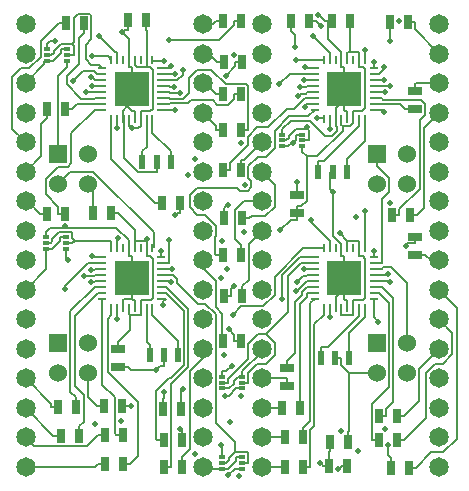
<source format=gtl>
G04 (created by PCBNEW (2013-jul-07)-stable) date Tue 06 Dec 2016 12:22:59 PM PST*
%MOIN*%
G04 Gerber Fmt 3.4, Leading zero omitted, Abs format*
%FSLAX34Y34*%
G01*
G70*
G90*
G04 APERTURE LIST*
%ADD10C,0.00590551*%
%ADD11R,0.025X0.045*%
%ADD12R,0.0197X0.0512*%
%ADD13R,0.045X0.025*%
%ADD14R,0.03X0.01*%
%ADD15R,0.01X0.03*%
%ADD16R,0.1181X0.1181*%
%ADD17R,0.06X0.06*%
%ADD18C,0.06*%
%ADD19C,0.065*%
%ADD20R,0.019685X0.0147638*%
%ADD21C,0.02*%
%ADD22C,0.007*%
G04 APERTURE END LIST*
G54D10*
G54D11*
X24670Y-20039D03*
X24070Y-20039D03*
G54D12*
X25039Y-24763D03*
X25511Y-24763D03*
X24567Y-24763D03*
X25275Y-31220D03*
X25747Y-31220D03*
X24803Y-31220D03*
X30905Y-25118D03*
X31377Y-25118D03*
X30433Y-25118D03*
X30984Y-31299D03*
X31456Y-31299D03*
X30512Y-31299D03*
G54D13*
X23740Y-30999D03*
X23740Y-31599D03*
G54D14*
X23228Y-22834D03*
X23228Y-22637D03*
X23228Y-22440D03*
X23228Y-23031D03*
G54D15*
X23523Y-23326D03*
X23720Y-23326D03*
X23917Y-23326D03*
X24114Y-23326D03*
X24310Y-23326D03*
X24507Y-23326D03*
X24704Y-23326D03*
X24901Y-23326D03*
G54D14*
X25196Y-21653D03*
X25196Y-23031D03*
X25196Y-22834D03*
X25196Y-22637D03*
X25196Y-22440D03*
X25196Y-22244D03*
X25196Y-22047D03*
X25196Y-21850D03*
G54D15*
X24901Y-21358D03*
X24704Y-21358D03*
X24507Y-21358D03*
X24310Y-21358D03*
X24114Y-21358D03*
X23917Y-21358D03*
X23720Y-21358D03*
X23523Y-21358D03*
G54D14*
X23228Y-21653D03*
X23228Y-21850D03*
X23228Y-22047D03*
X23228Y-22244D03*
G54D16*
X24212Y-22342D03*
G54D14*
X23228Y-29133D03*
X23228Y-28936D03*
X23228Y-28739D03*
X23228Y-29330D03*
G54D15*
X23523Y-29625D03*
X23720Y-29625D03*
X23917Y-29625D03*
X24114Y-29625D03*
X24310Y-29625D03*
X24507Y-29625D03*
X24704Y-29625D03*
X24901Y-29625D03*
G54D14*
X25196Y-27952D03*
X25196Y-29330D03*
X25196Y-29133D03*
X25196Y-28936D03*
X25196Y-28739D03*
X25196Y-28543D03*
X25196Y-28346D03*
X25196Y-28149D03*
G54D15*
X24901Y-27657D03*
X24704Y-27657D03*
X24507Y-27657D03*
X24310Y-27657D03*
X24114Y-27657D03*
X23917Y-27657D03*
X23720Y-27657D03*
X23523Y-27657D03*
G54D14*
X23228Y-27952D03*
X23228Y-28149D03*
X23228Y-28346D03*
X23228Y-28543D03*
G54D16*
X24212Y-28641D03*
G54D14*
X30315Y-22834D03*
X30315Y-22637D03*
X30315Y-22440D03*
X30315Y-23031D03*
G54D15*
X30610Y-23326D03*
X30807Y-23326D03*
X31004Y-23326D03*
X31201Y-23326D03*
X31397Y-23326D03*
X31594Y-23326D03*
X31791Y-23326D03*
X31988Y-23326D03*
G54D14*
X32283Y-21653D03*
X32283Y-23031D03*
X32283Y-22834D03*
X32283Y-22637D03*
X32283Y-22440D03*
X32283Y-22244D03*
X32283Y-22047D03*
X32283Y-21850D03*
G54D15*
X31988Y-21358D03*
X31791Y-21358D03*
X31594Y-21358D03*
X31397Y-21358D03*
X31201Y-21358D03*
X31004Y-21358D03*
X30807Y-21358D03*
X30610Y-21358D03*
G54D14*
X30315Y-21653D03*
X30315Y-21850D03*
X30315Y-22047D03*
X30315Y-22244D03*
G54D16*
X31299Y-22342D03*
G54D14*
X30315Y-29133D03*
X30315Y-28936D03*
X30315Y-28739D03*
X30315Y-29330D03*
G54D15*
X30610Y-29625D03*
X30807Y-29625D03*
X31004Y-29625D03*
X31201Y-29625D03*
X31397Y-29625D03*
X31594Y-29625D03*
X31791Y-29625D03*
X31988Y-29625D03*
G54D14*
X32283Y-27952D03*
X32283Y-29330D03*
X32283Y-29133D03*
X32283Y-28936D03*
X32283Y-28739D03*
X32283Y-28543D03*
X32283Y-28346D03*
X32283Y-28149D03*
G54D15*
X31988Y-27657D03*
X31791Y-27657D03*
X31594Y-27657D03*
X31397Y-27657D03*
X31201Y-27657D03*
X31004Y-27657D03*
X30807Y-27657D03*
X30610Y-27657D03*
G54D14*
X30315Y-27952D03*
X30315Y-28149D03*
X30315Y-28346D03*
X30315Y-28543D03*
G54D16*
X31299Y-28641D03*
G54D11*
X31481Y-20078D03*
X30881Y-20078D03*
X30822Y-34094D03*
X31422Y-34094D03*
X32455Y-33228D03*
X33055Y-33228D03*
X32455Y-34055D03*
X33055Y-34055D03*
X32849Y-34960D03*
X33449Y-34960D03*
G54D13*
X33661Y-27259D03*
X33661Y-27859D03*
G54D11*
X29925Y-34940D03*
X29325Y-34940D03*
X29925Y-33956D03*
X29325Y-33956D03*
X29827Y-32972D03*
X29227Y-32972D03*
G54D13*
X29389Y-31629D03*
X29389Y-32229D03*
G54D11*
X32888Y-26535D03*
X33488Y-26535D03*
G54D13*
X33661Y-23016D03*
X33661Y-22416D03*
G54D11*
X32810Y-20118D03*
X33410Y-20118D03*
X29522Y-20078D03*
X30122Y-20078D03*
X27298Y-29251D03*
X27898Y-29251D03*
X27259Y-27874D03*
X27859Y-27874D03*
X27298Y-26653D03*
X27898Y-26653D03*
X27259Y-25039D03*
X27859Y-25039D03*
X25290Y-34940D03*
X25890Y-34940D03*
X25290Y-34055D03*
X25890Y-34055D03*
X25251Y-32992D03*
X25851Y-32992D03*
X27859Y-30748D03*
X27259Y-30748D03*
X23922Y-34842D03*
X23322Y-34842D03*
X23922Y-33858D03*
X23322Y-33858D03*
X22465Y-33897D03*
X21865Y-33897D03*
X22347Y-32952D03*
X21747Y-32952D03*
X27859Y-23700D03*
X27259Y-23700D03*
X27859Y-22519D03*
X27259Y-22519D03*
X27898Y-21456D03*
X27298Y-21456D03*
X27859Y-20078D03*
X27259Y-20078D03*
X25211Y-26141D03*
X25811Y-26141D03*
X21992Y-26496D03*
X21392Y-26496D03*
X21992Y-22992D03*
X21392Y-22992D03*
X22622Y-20157D03*
X22022Y-20157D03*
X31402Y-34921D03*
X30802Y-34921D03*
G54D13*
X29724Y-25881D03*
X29724Y-26481D03*
G54D11*
X23282Y-32913D03*
X23882Y-32913D03*
X22928Y-26476D03*
X23528Y-26476D03*
G54D17*
X21744Y-24500D03*
G54D18*
X21744Y-25500D03*
X22744Y-24500D03*
X22744Y-25500D03*
G54D17*
X21744Y-30799D03*
G54D18*
X21744Y-31799D03*
X22744Y-30799D03*
X22744Y-31799D03*
G54D17*
X32374Y-24500D03*
G54D18*
X32374Y-25500D03*
X33374Y-24500D03*
X33374Y-25500D03*
G54D17*
X32374Y-30799D03*
G54D18*
X32374Y-31799D03*
X33374Y-30799D03*
X33374Y-31799D03*
G54D19*
X28543Y-28051D03*
X28543Y-29035D03*
X28543Y-30019D03*
X28543Y-31003D03*
X28543Y-31988D03*
X28543Y-32972D03*
X28543Y-33956D03*
X28543Y-34940D03*
X34448Y-34940D03*
X34448Y-33956D03*
X34448Y-32972D03*
X34448Y-31988D03*
X34448Y-31003D03*
X34448Y-30019D03*
X34448Y-29035D03*
X34448Y-28051D03*
X28543Y-20177D03*
X28543Y-21161D03*
X28543Y-22145D03*
X28543Y-23129D03*
X28543Y-24114D03*
X28543Y-25098D03*
X28543Y-26082D03*
X28543Y-27066D03*
X34448Y-27066D03*
X34448Y-26082D03*
X34448Y-25098D03*
X34448Y-24114D03*
X34448Y-23129D03*
X34448Y-22145D03*
X34448Y-21161D03*
X34448Y-20177D03*
X20669Y-28051D03*
X20669Y-29035D03*
X20669Y-30019D03*
X20669Y-31003D03*
X20669Y-31988D03*
X20669Y-32972D03*
X20669Y-33956D03*
X20669Y-34940D03*
X26574Y-34940D03*
X26574Y-33956D03*
X26574Y-32972D03*
X26574Y-31988D03*
X26574Y-31003D03*
X26574Y-30019D03*
X26574Y-29035D03*
X26574Y-28051D03*
X20669Y-20177D03*
X20669Y-21161D03*
X20669Y-22145D03*
X20669Y-23129D03*
X20669Y-24114D03*
X20669Y-25098D03*
X20669Y-26082D03*
X20669Y-27066D03*
X26574Y-27066D03*
X26574Y-26082D03*
X26574Y-25098D03*
X26574Y-24114D03*
X26574Y-23129D03*
X26574Y-22145D03*
X26574Y-21161D03*
X26574Y-20177D03*
G54D20*
X27224Y-31929D03*
X27224Y-32125D03*
X27224Y-32322D03*
X27893Y-32322D03*
X27893Y-32125D03*
X27893Y-31929D03*
X29232Y-23858D03*
X29232Y-24055D03*
X29232Y-24251D03*
X29901Y-24251D03*
X29901Y-24055D03*
X29901Y-23858D03*
X27224Y-34606D03*
X27224Y-34803D03*
X27224Y-35000D03*
X27893Y-35000D03*
X27893Y-34803D03*
X27893Y-34606D03*
X21358Y-27283D03*
X21358Y-27480D03*
X21358Y-27677D03*
X22027Y-27677D03*
X22027Y-27480D03*
X22027Y-27283D03*
X21397Y-21023D03*
X21397Y-21220D03*
X21397Y-21417D03*
X22066Y-21417D03*
X22066Y-21220D03*
X22066Y-21023D03*
G54D21*
X24212Y-23655D03*
X30500Y-34818D03*
X27313Y-32568D03*
X27433Y-35208D03*
X31145Y-27151D03*
X27393Y-28336D03*
X27272Y-31201D03*
X24704Y-27325D03*
X22095Y-28028D03*
X29168Y-27050D03*
X24181Y-32913D03*
X27410Y-26211D03*
X29981Y-22928D03*
X27615Y-28908D03*
X30386Y-23292D03*
X25463Y-20717D03*
X23730Y-23656D03*
X27440Y-30339D03*
X23720Y-30021D03*
X29648Y-20929D03*
X30807Y-23679D03*
X33361Y-27558D03*
X30832Y-29953D03*
X27354Y-21904D03*
X25637Y-23031D03*
X25283Y-32442D03*
X25268Y-29551D03*
X32810Y-20743D03*
X32607Y-23100D03*
X32755Y-34217D03*
X32419Y-30093D03*
X25924Y-21722D03*
X25547Y-28347D03*
X32606Y-22028D03*
X32270Y-27730D03*
X32283Y-21430D03*
X25184Y-27730D03*
X25519Y-21586D03*
X25637Y-21851D03*
X25451Y-27380D03*
X32612Y-21605D03*
X29728Y-25432D03*
X22690Y-22440D03*
X29759Y-22562D03*
X22839Y-28773D03*
X29693Y-29064D03*
X31102Y-34997D03*
X23121Y-20586D03*
X23737Y-27321D03*
X30242Y-20573D03*
X30176Y-26723D03*
X22887Y-21253D03*
X29690Y-21369D03*
X27571Y-29874D03*
X22896Y-27911D03*
X30063Y-23610D03*
X29985Y-21593D03*
X29219Y-29336D03*
X23001Y-33493D03*
X29595Y-24131D03*
X27862Y-32569D03*
X22245Y-22078D03*
X22001Y-29014D03*
X29115Y-22185D03*
X27842Y-24146D03*
X26304Y-24668D03*
X22863Y-21947D03*
X22860Y-28363D03*
X29958Y-22050D03*
X29960Y-28347D03*
X27986Y-25525D03*
X27496Y-33450D03*
X33113Y-20063D03*
X26079Y-25213D03*
X22869Y-22233D03*
X22627Y-28571D03*
X29809Y-22284D03*
X29735Y-28771D03*
X27953Y-27097D03*
X25824Y-22467D03*
X26311Y-34495D03*
X25523Y-28764D03*
X32647Y-22452D03*
X32662Y-33664D03*
X32814Y-28767D03*
X27224Y-27421D03*
X27802Y-35251D03*
X31698Y-26614D03*
X25625Y-22274D03*
X32818Y-26130D03*
X32817Y-22237D03*
X31170Y-33755D03*
X32745Y-28495D03*
X27192Y-28628D03*
X31764Y-34394D03*
X25269Y-21411D03*
X31998Y-21030D03*
X31988Y-26415D03*
X23862Y-33393D03*
X27197Y-34213D03*
X30422Y-19866D03*
X21640Y-20748D03*
X27551Y-31560D03*
X23898Y-20449D03*
X27603Y-21194D03*
X21975Y-26895D03*
X30930Y-25789D03*
X25031Y-31708D03*
X30514Y-20239D03*
X25909Y-32349D03*
X25814Y-33658D03*
X25639Y-26540D03*
G54D22*
X24704Y-20404D02*
X24670Y-20369D01*
X24704Y-21358D02*
X24704Y-20404D01*
X24670Y-20039D02*
X24670Y-20369D01*
X24829Y-21613D02*
X24704Y-21613D01*
X24908Y-21692D02*
X24829Y-21613D01*
X24908Y-22995D02*
X24908Y-21692D01*
X24832Y-23071D02*
X24908Y-22995D01*
X24507Y-23071D02*
X24832Y-23071D01*
X24507Y-23326D02*
X24507Y-23071D01*
X24704Y-21358D02*
X24704Y-21613D01*
X24377Y-21613D02*
X24704Y-21613D01*
X24310Y-21546D02*
X24377Y-21613D01*
X24310Y-21358D02*
X24310Y-21546D01*
X30802Y-34444D02*
X30802Y-34921D01*
X30822Y-34424D02*
X30802Y-34444D01*
X30822Y-34094D02*
X30822Y-34424D01*
X31201Y-23326D02*
X31201Y-23546D01*
X31397Y-27657D02*
X31397Y-27402D01*
X31791Y-27657D02*
X31791Y-27402D01*
X24114Y-23326D02*
X24114Y-23581D01*
X24138Y-23581D02*
X24212Y-23655D01*
X24114Y-23581D02*
X24138Y-23581D01*
X24433Y-23655D02*
X24507Y-23581D01*
X24212Y-23655D02*
X24433Y-23655D01*
X24507Y-23326D02*
X24507Y-23581D01*
X31915Y-27912D02*
X31791Y-27912D01*
X31994Y-27991D02*
X31915Y-27912D01*
X31994Y-29294D02*
X31994Y-27991D01*
X31918Y-29370D02*
X31994Y-29294D01*
X31594Y-29370D02*
X31918Y-29370D01*
X31791Y-27657D02*
X31791Y-27912D01*
X30802Y-34921D02*
X30572Y-34921D01*
X30572Y-34890D02*
X30572Y-34921D01*
X30500Y-34818D02*
X30572Y-34890D01*
X31397Y-27402D02*
X31791Y-27402D01*
X31594Y-29533D02*
X31594Y-29370D01*
X31594Y-29533D02*
X31594Y-29625D01*
X31594Y-29880D02*
X31201Y-29880D01*
X31594Y-29625D02*
X31594Y-29880D01*
X31201Y-29625D02*
X31201Y-29880D01*
X27642Y-35000D02*
X27893Y-35000D01*
X27433Y-35208D02*
X27642Y-35000D01*
X31397Y-21358D02*
X31397Y-21138D01*
X31791Y-21358D02*
X31791Y-21103D01*
X31924Y-21613D02*
X31791Y-21613D01*
X31994Y-21684D02*
X31924Y-21613D01*
X31994Y-22976D02*
X31994Y-21684D01*
X31900Y-23071D02*
X31994Y-22976D01*
X31594Y-23071D02*
X31900Y-23071D01*
X31594Y-23326D02*
X31594Y-23071D01*
X31791Y-21358D02*
X31791Y-21613D01*
X24704Y-27402D02*
X24310Y-27402D01*
X29901Y-24251D02*
X29901Y-24430D01*
X31145Y-27151D02*
X31397Y-27402D01*
X21744Y-21919D02*
X21744Y-24500D01*
X22066Y-21596D02*
X21744Y-21919D01*
X22066Y-21417D02*
X22066Y-21596D01*
X23882Y-32913D02*
X24112Y-32913D01*
X27444Y-32568D02*
X27690Y-32322D01*
X27313Y-32568D02*
X27444Y-32568D01*
X27893Y-32322D02*
X27690Y-32322D01*
X22027Y-27677D02*
X22027Y-27856D01*
X31201Y-23546D02*
X31236Y-23581D01*
X31594Y-23482D02*
X31594Y-23326D01*
X31494Y-23581D02*
X31594Y-23482D01*
X31236Y-23581D02*
X31494Y-23581D01*
X31481Y-20078D02*
X31481Y-20408D01*
X31481Y-21103D02*
X31481Y-20408D01*
X31432Y-21103D02*
X31481Y-21103D01*
X31397Y-21138D02*
X31432Y-21103D01*
X31481Y-21103D02*
X31791Y-21103D01*
X24704Y-27325D02*
X24704Y-27402D01*
X24310Y-27657D02*
X24310Y-27402D01*
X22027Y-27960D02*
X22095Y-28028D01*
X22027Y-27856D02*
X22027Y-27960D01*
X24310Y-27028D02*
X24310Y-27402D01*
X23758Y-26476D02*
X24310Y-27028D01*
X23528Y-26476D02*
X23758Y-26476D01*
X24704Y-27530D02*
X24704Y-27402D01*
X29724Y-26481D02*
X29724Y-26250D01*
X29868Y-26250D02*
X29724Y-26250D01*
X30058Y-26061D02*
X29868Y-26250D01*
X30058Y-24587D02*
X30058Y-26061D01*
X29901Y-24430D02*
X30058Y-24587D01*
X31236Y-23744D02*
X31236Y-23581D01*
X30393Y-24587D02*
X31236Y-23744D01*
X30058Y-24587D02*
X30393Y-24587D01*
X29507Y-26711D02*
X29724Y-26711D01*
X29168Y-27050D02*
X29507Y-26711D01*
X29724Y-26481D02*
X29724Y-26711D01*
X24114Y-29625D02*
X24114Y-29849D01*
X23740Y-30999D02*
X23740Y-30769D01*
X24507Y-29625D02*
X24507Y-29880D01*
X24145Y-29880D02*
X24145Y-29880D01*
X24507Y-29880D02*
X24145Y-29880D01*
X24114Y-29849D02*
X24145Y-29880D01*
X24145Y-30363D02*
X23740Y-30769D01*
X24145Y-29880D02*
X24145Y-30363D01*
X24704Y-27530D02*
X24704Y-27657D01*
X24838Y-29370D02*
X24507Y-29370D01*
X24908Y-29301D02*
X24838Y-29370D01*
X24908Y-28002D02*
X24908Y-29301D01*
X24818Y-27912D02*
X24908Y-28002D01*
X24704Y-27912D02*
X24818Y-27912D01*
X24704Y-27657D02*
X24704Y-27912D01*
X24507Y-29625D02*
X24507Y-29370D01*
X24112Y-32913D02*
X24181Y-32913D01*
X22622Y-20157D02*
X22622Y-20487D01*
X23228Y-22637D02*
X22973Y-22637D01*
X22952Y-22658D02*
X22973Y-22637D01*
X22534Y-22658D02*
X22952Y-22658D01*
X22037Y-22160D02*
X22534Y-22658D01*
X22037Y-21924D02*
X22037Y-22160D01*
X22467Y-21494D02*
X22037Y-21924D01*
X22467Y-20642D02*
X22467Y-21494D01*
X22622Y-20487D02*
X22467Y-20642D01*
X22168Y-29741D02*
X22973Y-28936D01*
X22168Y-32444D02*
X22168Y-29741D01*
X22347Y-32622D02*
X22168Y-32444D01*
X22347Y-32952D02*
X22347Y-32622D01*
X23228Y-28936D02*
X22973Y-28936D01*
X27259Y-25039D02*
X27489Y-25039D01*
X29974Y-22637D02*
X30315Y-22637D01*
X29613Y-22998D02*
X29974Y-22637D01*
X29382Y-22998D02*
X29613Y-22998D01*
X28758Y-23622D02*
X29382Y-22998D01*
X28396Y-23622D02*
X28758Y-23622D01*
X28089Y-23929D02*
X28396Y-23622D01*
X28089Y-24209D02*
X28089Y-23929D01*
X27489Y-24809D02*
X28089Y-24209D01*
X27489Y-25039D02*
X27489Y-24809D01*
X29389Y-31629D02*
X29389Y-31399D01*
X30058Y-28936D02*
X30315Y-28936D01*
X29901Y-29094D02*
X30058Y-28936D01*
X29901Y-29193D02*
X29901Y-29094D01*
X29642Y-29452D02*
X29901Y-29193D01*
X29642Y-31146D02*
X29642Y-29452D01*
X29389Y-31399D02*
X29642Y-31146D01*
X21992Y-22992D02*
X22223Y-22992D01*
X23228Y-22834D02*
X22973Y-22834D01*
X22380Y-22834D02*
X22973Y-22834D01*
X22223Y-22992D02*
X22380Y-22834D01*
X23069Y-29133D02*
X23228Y-29133D01*
X22309Y-29894D02*
X23069Y-29133D01*
X22309Y-32231D02*
X22309Y-29894D01*
X22603Y-32526D02*
X22309Y-32231D01*
X22603Y-33428D02*
X22603Y-32526D01*
X22465Y-33567D02*
X22603Y-33428D01*
X22465Y-33897D02*
X22465Y-33567D01*
X27298Y-26653D02*
X27298Y-26323D01*
X27298Y-26323D02*
X27410Y-26211D01*
X30315Y-22834D02*
X30060Y-22834D01*
X30060Y-22850D02*
X29981Y-22928D01*
X30060Y-22834D02*
X30060Y-22850D01*
X29827Y-32972D02*
X29827Y-32642D01*
X30315Y-29133D02*
X30060Y-29133D01*
X30060Y-29271D02*
X30060Y-29133D01*
X29827Y-29504D02*
X30060Y-29271D01*
X29827Y-32642D02*
X29827Y-29504D01*
X22194Y-23810D02*
X22973Y-23031D01*
X22194Y-24804D02*
X22194Y-23810D01*
X22073Y-24925D02*
X22194Y-24804D01*
X21744Y-24925D02*
X22073Y-24925D01*
X21337Y-25332D02*
X21744Y-24925D01*
X21337Y-25840D02*
X21337Y-25332D01*
X21762Y-26265D02*
X21337Y-25840D01*
X21762Y-26496D02*
X21762Y-26265D01*
X21992Y-26496D02*
X21762Y-26496D01*
X23228Y-23031D02*
X22973Y-23031D01*
X23228Y-32191D02*
X23228Y-29330D01*
X23652Y-32615D02*
X23228Y-32191D01*
X23652Y-33818D02*
X23652Y-32615D01*
X23691Y-33858D02*
X23652Y-33818D01*
X23922Y-33858D02*
X23691Y-33858D01*
X30097Y-23249D02*
X30315Y-23031D01*
X29461Y-23249D02*
X30097Y-23249D01*
X28978Y-23732D02*
X29461Y-23249D01*
X28978Y-24311D02*
X28978Y-23732D01*
X28683Y-24606D02*
X28978Y-24311D01*
X28403Y-24606D02*
X28683Y-24606D01*
X28089Y-24920D02*
X28403Y-24606D01*
X28089Y-25296D02*
X28089Y-24920D01*
X28192Y-25399D02*
X28089Y-25296D01*
X28192Y-25615D02*
X28192Y-25399D01*
X28076Y-25731D02*
X28192Y-25615D01*
X27830Y-25731D02*
X28076Y-25731D01*
X27735Y-25636D02*
X27830Y-25731D01*
X26389Y-25636D02*
X27735Y-25636D01*
X26142Y-25883D02*
X26389Y-25636D01*
X26142Y-26270D02*
X26142Y-25883D01*
X26397Y-26525D02*
X26142Y-26270D01*
X26658Y-26525D02*
X26397Y-26525D01*
X27033Y-26900D02*
X26658Y-26525D01*
X27033Y-27225D02*
X27033Y-26900D01*
X26998Y-27260D02*
X27033Y-27225D01*
X26998Y-27843D02*
X26998Y-27260D01*
X27028Y-27874D02*
X26998Y-27843D01*
X27259Y-27874D02*
X27028Y-27874D01*
X30155Y-29490D02*
X30315Y-29330D01*
X30155Y-33396D02*
X30155Y-29490D01*
X29925Y-33626D02*
X30155Y-33396D01*
X29925Y-33956D02*
X29925Y-33626D01*
X23523Y-24683D02*
X23523Y-23326D01*
X24981Y-26141D02*
X23523Y-24683D01*
X25211Y-26141D02*
X24981Y-26141D01*
X23922Y-34842D02*
X24152Y-34842D01*
X23523Y-29625D02*
X23523Y-29880D01*
X23407Y-29997D02*
X23523Y-29880D01*
X23407Y-31778D02*
X23407Y-29997D01*
X24405Y-32776D02*
X23407Y-31778D01*
X24405Y-34589D02*
X24405Y-32776D01*
X24152Y-34842D02*
X24405Y-34589D01*
X27298Y-29251D02*
X27528Y-29251D01*
X27528Y-28994D02*
X27615Y-28908D01*
X27528Y-29251D02*
X27528Y-28994D01*
X30576Y-23292D02*
X30610Y-23326D01*
X30386Y-23292D02*
X30576Y-23292D01*
X29925Y-34940D02*
X30156Y-34940D01*
X30610Y-29625D02*
X30610Y-29880D01*
X30302Y-30188D02*
X30610Y-29880D01*
X30302Y-33576D02*
X30302Y-30188D01*
X30156Y-33722D02*
X30302Y-33576D01*
X30156Y-34940D02*
X30156Y-33722D01*
X27859Y-20078D02*
X27628Y-20078D01*
X23720Y-23646D02*
X23730Y-23656D01*
X23720Y-23326D02*
X23720Y-23646D01*
X27133Y-20717D02*
X25463Y-20717D01*
X27628Y-20222D02*
X27133Y-20717D01*
X27628Y-20078D02*
X27628Y-20222D01*
X27628Y-30527D02*
X27440Y-30339D01*
X27628Y-30748D02*
X27628Y-30527D01*
X23720Y-30021D02*
X23720Y-29625D01*
X27859Y-30748D02*
X27628Y-30748D01*
X30807Y-23679D02*
X30807Y-23326D01*
X29522Y-20078D02*
X29522Y-20408D01*
X29648Y-20534D02*
X29648Y-20929D01*
X29522Y-20408D02*
X29648Y-20534D01*
X30807Y-29928D02*
X30832Y-29953D01*
X30807Y-29625D02*
X30807Y-29928D01*
X33661Y-27259D02*
X33661Y-27489D01*
X33431Y-27489D02*
X33361Y-27558D01*
X33661Y-27489D02*
X33431Y-27489D01*
X27668Y-21590D02*
X27354Y-21904D01*
X27668Y-21456D02*
X27668Y-21590D01*
X25196Y-23031D02*
X25451Y-23031D01*
X27898Y-21456D02*
X27668Y-21456D01*
X25451Y-23031D02*
X25637Y-23031D01*
X25251Y-32992D02*
X25251Y-32662D01*
X25283Y-32629D02*
X25283Y-32442D01*
X25251Y-32662D02*
X25283Y-32629D01*
X25196Y-29330D02*
X25347Y-29330D01*
X25268Y-29409D02*
X25268Y-29551D01*
X25347Y-29330D02*
X25268Y-29409D01*
X32283Y-23031D02*
X32538Y-23031D01*
X32538Y-23031D02*
X32607Y-23100D01*
X32810Y-20118D02*
X32810Y-20448D01*
X32810Y-20448D02*
X32810Y-20743D01*
X32755Y-34536D02*
X32755Y-34217D01*
X32849Y-34630D02*
X32755Y-34536D01*
X32283Y-29956D02*
X32419Y-30093D01*
X32283Y-29330D02*
X32283Y-29956D01*
X32849Y-34960D02*
X32849Y-34630D01*
X27859Y-22519D02*
X27628Y-22519D01*
X25196Y-22834D02*
X25451Y-22834D01*
X27628Y-22663D02*
X27628Y-22519D01*
X27432Y-22859D02*
X27628Y-22663D01*
X27067Y-22859D02*
X27432Y-22859D01*
X26907Y-22699D02*
X27067Y-22859D01*
X26183Y-22699D02*
X26907Y-22699D01*
X26071Y-22812D02*
X26183Y-22699D01*
X25473Y-22812D02*
X26071Y-22812D01*
X25451Y-22834D02*
X25473Y-22812D01*
X25352Y-29133D02*
X25196Y-29133D01*
X25951Y-29733D02*
X25352Y-29133D01*
X25951Y-31533D02*
X25951Y-29733D01*
X25520Y-31964D02*
X25951Y-31533D01*
X25450Y-31964D02*
X25520Y-31964D01*
X25015Y-32399D02*
X25450Y-31964D01*
X25015Y-34010D02*
X25015Y-32399D01*
X25060Y-34055D02*
X25015Y-34010D01*
X25290Y-34055D02*
X25060Y-34055D01*
X33149Y-22834D02*
X32283Y-22834D01*
X33331Y-23016D02*
X33149Y-22834D01*
X33661Y-23016D02*
X33331Y-23016D01*
X32455Y-34055D02*
X32225Y-34055D01*
X32225Y-32843D02*
X32225Y-34055D01*
X32781Y-32287D02*
X32225Y-32843D01*
X32781Y-29473D02*
X32781Y-32287D01*
X32441Y-29133D02*
X32781Y-29473D01*
X32283Y-29133D02*
X32441Y-29133D01*
X25196Y-22637D02*
X25451Y-22637D01*
X27859Y-23700D02*
X28089Y-23700D01*
X28089Y-22251D02*
X28089Y-23700D01*
X28027Y-22189D02*
X28089Y-22251D01*
X27348Y-22189D02*
X28027Y-22189D01*
X26868Y-21709D02*
X27348Y-22189D01*
X26399Y-21709D02*
X26868Y-21709D01*
X26120Y-21988D02*
X26399Y-21709D01*
X26120Y-22482D02*
X26120Y-21988D01*
X25930Y-22672D02*
X26120Y-22482D01*
X25486Y-22672D02*
X25930Y-22672D01*
X25451Y-22637D02*
X25486Y-22672D01*
X25290Y-34940D02*
X25520Y-34940D01*
X25353Y-28936D02*
X25196Y-28936D01*
X26091Y-29674D02*
X25353Y-28936D01*
X26091Y-31591D02*
X26091Y-29674D01*
X25520Y-32162D02*
X26091Y-31591D01*
X25520Y-34940D02*
X25520Y-32162D01*
X32595Y-22694D02*
X32538Y-22637D01*
X33847Y-22694D02*
X32595Y-22694D01*
X33991Y-22838D02*
X33847Y-22694D01*
X33991Y-23192D02*
X33991Y-22838D01*
X33813Y-23371D02*
X33991Y-23192D01*
X33813Y-25661D02*
X33813Y-23371D01*
X33119Y-26355D02*
X33813Y-25661D01*
X33119Y-26535D02*
X33119Y-26355D01*
X32888Y-26535D02*
X33119Y-26535D01*
X32283Y-22637D02*
X32538Y-22637D01*
X32921Y-29319D02*
X32538Y-28936D01*
X32921Y-32762D02*
X32921Y-29319D01*
X32686Y-32998D02*
X32921Y-32762D01*
X32686Y-33228D02*
X32686Y-32998D01*
X32455Y-33228D02*
X32686Y-33228D01*
X32283Y-28936D02*
X32538Y-28936D01*
X25196Y-22047D02*
X25451Y-22047D01*
X25461Y-22057D02*
X25451Y-22047D01*
X25727Y-22057D02*
X25461Y-22057D01*
X25924Y-21860D02*
X25727Y-22057D01*
X25924Y-21722D02*
X25924Y-21860D01*
X25196Y-28346D02*
X25451Y-28346D01*
X25452Y-28347D02*
X25547Y-28347D01*
X25451Y-28346D02*
X25452Y-28347D01*
X32283Y-22047D02*
X32538Y-22047D01*
X32557Y-22028D02*
X32606Y-22028D01*
X32538Y-22047D02*
X32557Y-22028D01*
X32595Y-28289D02*
X32538Y-28346D01*
X32843Y-28289D02*
X32595Y-28289D01*
X33374Y-28820D02*
X32843Y-28289D01*
X33374Y-30799D02*
X33374Y-28820D01*
X32283Y-28346D02*
X32538Y-28346D01*
X25184Y-27940D02*
X25196Y-27952D01*
X25184Y-27730D02*
X25184Y-27940D01*
X32270Y-27940D02*
X32283Y-27952D01*
X32270Y-27730D02*
X32270Y-27940D01*
X32283Y-21430D02*
X32283Y-21653D01*
X25196Y-21653D02*
X25451Y-21653D01*
X25519Y-21586D02*
X25451Y-21653D01*
X32538Y-26008D02*
X32538Y-28149D01*
X32787Y-25759D02*
X32538Y-26008D01*
X32787Y-25319D02*
X32787Y-25759D01*
X32374Y-24905D02*
X32787Y-25319D01*
X32374Y-24500D02*
X32374Y-24905D01*
X32283Y-28149D02*
X32538Y-28149D01*
X25196Y-21850D02*
X25451Y-21850D01*
X25452Y-21851D02*
X25451Y-21850D01*
X25637Y-21851D02*
X25452Y-21851D01*
X25196Y-28149D02*
X25451Y-28149D01*
X25451Y-28149D02*
X25451Y-27380D01*
X32612Y-21680D02*
X32612Y-21605D01*
X32441Y-21850D02*
X32612Y-21680D01*
X32283Y-21850D02*
X32441Y-21850D01*
X29724Y-25881D02*
X29724Y-25650D01*
X29728Y-25647D02*
X29724Y-25650D01*
X29728Y-25432D02*
X29728Y-25647D01*
X30315Y-22440D02*
X30060Y-22440D01*
X30003Y-22497D02*
X30060Y-22440D01*
X29824Y-22497D02*
X30003Y-22497D01*
X29759Y-22562D02*
X29824Y-22497D01*
X22690Y-22440D02*
X23228Y-22440D01*
X22928Y-25684D02*
X22928Y-26476D01*
X22744Y-25500D02*
X22928Y-25684D01*
X23228Y-28739D02*
X22973Y-28739D01*
X22939Y-28773D02*
X22973Y-28739D01*
X22839Y-28773D02*
X22939Y-28773D01*
X22744Y-32604D02*
X23052Y-32913D01*
X22744Y-31799D02*
X22744Y-32604D01*
X23282Y-32913D02*
X23052Y-32913D01*
X31172Y-34927D02*
X31172Y-34921D01*
X31102Y-34997D02*
X31172Y-34927D01*
X31402Y-34921D02*
X31172Y-34921D01*
X30057Y-28739D02*
X30315Y-28739D01*
X29732Y-29064D02*
X30057Y-28739D01*
X29693Y-29064D02*
X29732Y-29064D01*
X23720Y-21358D02*
X23720Y-21103D01*
X23639Y-21103D02*
X23121Y-20586D01*
X23720Y-21103D02*
X23639Y-21103D01*
X23720Y-27657D02*
X23720Y-27402D01*
X23737Y-27385D02*
X23737Y-27321D01*
X23720Y-27402D02*
X23737Y-27385D01*
X30772Y-21103D02*
X30807Y-21103D01*
X30242Y-20573D02*
X30772Y-21103D01*
X30807Y-21358D02*
X30807Y-21103D01*
X30807Y-27657D02*
X30807Y-27402D01*
X30176Y-26771D02*
X30176Y-26723D01*
X30807Y-27402D02*
X30176Y-26771D01*
X23418Y-21253D02*
X23523Y-21358D01*
X22887Y-21253D02*
X23418Y-21253D01*
X23523Y-27657D02*
X23523Y-27402D01*
X22027Y-27480D02*
X22231Y-27480D01*
X22231Y-27480D02*
X22317Y-27394D01*
X22235Y-27312D02*
X22317Y-27394D01*
X22235Y-27155D02*
X22235Y-27312D01*
X22184Y-27104D02*
X22235Y-27155D01*
X21797Y-27104D02*
X22184Y-27104D01*
X21565Y-27336D02*
X21797Y-27104D01*
X21565Y-27423D02*
X21565Y-27336D01*
X21508Y-27480D02*
X21565Y-27423D01*
X21358Y-27480D02*
X21508Y-27480D01*
X22325Y-27402D02*
X23523Y-27402D01*
X22317Y-27394D02*
X22325Y-27402D01*
X29701Y-21358D02*
X29690Y-21369D01*
X30610Y-21358D02*
X29701Y-21358D01*
X27855Y-29589D02*
X27571Y-29874D01*
X28599Y-29589D02*
X27855Y-29589D01*
X28976Y-29213D02*
X28599Y-29589D01*
X28976Y-28601D02*
X28976Y-29213D01*
X29919Y-27657D02*
X28976Y-28601D01*
X30610Y-27657D02*
X29919Y-27657D01*
X21358Y-27677D02*
X21358Y-27856D01*
X21358Y-28346D02*
X21358Y-27856D01*
X20669Y-29035D02*
X21358Y-28346D01*
X21824Y-27414D02*
X21561Y-27677D01*
X21824Y-27283D02*
X21824Y-27414D01*
X22027Y-27283D02*
X21824Y-27283D01*
X21358Y-27677D02*
X21561Y-27677D01*
X22066Y-21220D02*
X22270Y-21220D01*
X21837Y-20844D02*
X22208Y-20844D01*
X21609Y-21072D02*
X21837Y-20844D01*
X21609Y-21137D02*
X21609Y-21072D01*
X21526Y-21220D02*
X21609Y-21137D01*
X21397Y-21220D02*
X21526Y-21220D01*
X22270Y-20906D02*
X22270Y-21220D01*
X22208Y-20844D02*
X22270Y-20906D01*
X23103Y-21528D02*
X23228Y-21653D01*
X22866Y-21528D02*
X23103Y-21528D01*
X22670Y-21332D02*
X22866Y-21528D01*
X22670Y-20870D02*
X22670Y-21332D01*
X22854Y-20686D02*
X22670Y-20870D01*
X22854Y-19881D02*
X22854Y-20686D01*
X22800Y-19827D02*
X22854Y-19881D01*
X22430Y-19827D02*
X22800Y-19827D01*
X22270Y-19987D02*
X22430Y-19827D01*
X22270Y-20782D02*
X22270Y-19987D01*
X22208Y-20844D02*
X22270Y-20782D01*
X22932Y-27911D02*
X22973Y-27952D01*
X22896Y-27911D02*
X22932Y-27911D01*
X23228Y-27952D02*
X22973Y-27952D01*
X29901Y-24055D02*
X30105Y-24055D01*
X30315Y-21653D02*
X30060Y-21653D01*
X30000Y-21593D02*
X29985Y-21593D01*
X30060Y-21653D02*
X30000Y-21593D01*
X30105Y-23712D02*
X30105Y-24055D01*
X30063Y-23671D02*
X30105Y-23712D01*
X29677Y-23671D02*
X30063Y-23671D01*
X29452Y-23895D02*
X29677Y-23671D01*
X29452Y-23965D02*
X29452Y-23895D01*
X29362Y-24055D02*
X29452Y-23965D01*
X29232Y-24055D02*
X29362Y-24055D01*
X30063Y-23671D02*
X30063Y-23610D01*
X29822Y-27952D02*
X30315Y-27952D01*
X29219Y-28556D02*
X29822Y-27952D01*
X29219Y-29336D02*
X29219Y-28556D01*
X21397Y-21417D02*
X21295Y-21417D01*
X21295Y-21519D02*
X20669Y-22145D01*
X21295Y-21417D02*
X21295Y-21519D01*
X21863Y-21155D02*
X21601Y-21417D01*
X21863Y-21023D02*
X21863Y-21155D01*
X22066Y-21023D02*
X21863Y-21023D01*
X21397Y-21417D02*
X21601Y-21417D01*
X29901Y-23858D02*
X29698Y-23858D01*
X29232Y-24251D02*
X29435Y-24251D01*
X29698Y-24028D02*
X29595Y-24131D01*
X29698Y-23858D02*
X29698Y-24028D01*
X29556Y-24131D02*
X29435Y-24251D01*
X29595Y-24131D02*
X29556Y-24131D01*
X23056Y-21850D02*
X23228Y-21850D01*
X22945Y-21739D02*
X23056Y-21850D01*
X22584Y-21739D02*
X22945Y-21739D01*
X22245Y-22078D02*
X22584Y-21739D01*
X22751Y-28149D02*
X22973Y-28149D01*
X22001Y-28899D02*
X22751Y-28149D01*
X22001Y-29014D02*
X22001Y-28899D01*
X23228Y-28149D02*
X22973Y-28149D01*
X30039Y-21829D02*
X30060Y-21850D01*
X29471Y-21829D02*
X30039Y-21829D01*
X29115Y-22185D02*
X29471Y-21829D01*
X30315Y-21850D02*
X30060Y-21850D01*
X27224Y-32125D02*
X27427Y-32125D01*
X30315Y-28149D02*
X30060Y-28149D01*
X28989Y-30811D02*
X28689Y-30511D01*
X28989Y-31191D02*
X28989Y-30811D01*
X28684Y-31496D02*
X28989Y-31191D01*
X28401Y-31496D02*
X28684Y-31496D01*
X28097Y-31799D02*
X28401Y-31496D01*
X28097Y-32125D02*
X28097Y-31799D01*
X28405Y-30511D02*
X28689Y-30511D01*
X28089Y-30827D02*
X28405Y-30511D01*
X28089Y-31356D02*
X28089Y-30827D01*
X27427Y-32017D02*
X28089Y-31356D01*
X27427Y-32125D02*
X27427Y-32017D01*
X27893Y-32125D02*
X28097Y-32125D01*
X30043Y-28132D02*
X30060Y-28149D01*
X29860Y-28132D02*
X30043Y-28132D01*
X29426Y-28566D02*
X29860Y-28132D01*
X29426Y-29774D02*
X29426Y-28566D01*
X28689Y-30511D02*
X29426Y-29774D01*
X27460Y-32322D02*
X27224Y-32322D01*
X27608Y-32174D02*
X27460Y-32322D01*
X27608Y-32075D02*
X27608Y-32174D01*
X27755Y-31929D02*
X27608Y-32075D01*
X27893Y-31929D02*
X27755Y-31929D01*
X28543Y-31100D02*
X28543Y-31003D01*
X27893Y-31750D02*
X28543Y-31100D01*
X27893Y-31929D02*
X27893Y-31750D01*
X23228Y-22047D02*
X22973Y-22047D01*
X22873Y-21947D02*
X22863Y-21947D01*
X22973Y-22047D02*
X22873Y-21947D01*
X23228Y-28346D02*
X22973Y-28346D01*
X22956Y-28363D02*
X22973Y-28346D01*
X22860Y-28363D02*
X22956Y-28363D01*
X30315Y-22047D02*
X30060Y-22047D01*
X30057Y-22050D02*
X29958Y-22050D01*
X30060Y-22047D02*
X30057Y-22050D01*
X30059Y-28347D02*
X30060Y-28346D01*
X29960Y-28347D02*
X30059Y-28347D01*
X30315Y-28346D02*
X30060Y-28346D01*
X22962Y-22233D02*
X22973Y-22244D01*
X22869Y-22233D02*
X22962Y-22233D01*
X23228Y-22244D02*
X22973Y-22244D01*
X23228Y-28543D02*
X22973Y-28543D01*
X22629Y-28568D02*
X22627Y-28571D01*
X22948Y-28568D02*
X22629Y-28568D01*
X22973Y-28543D02*
X22948Y-28568D01*
X30315Y-22244D02*
X30060Y-22244D01*
X30020Y-22284D02*
X30060Y-22244D01*
X29809Y-22284D02*
X30020Y-22284D01*
X30019Y-28584D02*
X30060Y-28543D01*
X29922Y-28584D02*
X30019Y-28584D01*
X29735Y-28771D02*
X29922Y-28584D01*
X30315Y-28543D02*
X30060Y-28543D01*
X25493Y-22482D02*
X25451Y-22440D01*
X25809Y-22482D02*
X25493Y-22482D01*
X25824Y-22467D02*
X25809Y-22482D01*
X25196Y-22440D02*
X25451Y-22440D01*
X25476Y-28764D02*
X25451Y-28739D01*
X25523Y-28764D02*
X25476Y-28764D01*
X25196Y-28739D02*
X25451Y-28739D01*
X32283Y-22440D02*
X32538Y-22440D01*
X32550Y-22452D02*
X32538Y-22440D01*
X32647Y-22452D02*
X32550Y-22452D01*
X32787Y-28739D02*
X32283Y-28739D01*
X32814Y-28767D02*
X32787Y-28739D01*
X25196Y-22244D02*
X25451Y-22244D01*
X25625Y-22274D02*
X25625Y-22274D01*
X25481Y-22274D02*
X25625Y-22274D01*
X25451Y-22244D02*
X25481Y-22274D01*
X27893Y-34803D02*
X28097Y-34803D01*
X28058Y-34427D02*
X27661Y-34427D01*
X28097Y-34465D02*
X28058Y-34427D01*
X28097Y-34803D02*
X28097Y-34465D01*
X27356Y-34803D02*
X27224Y-34803D01*
X27444Y-34714D02*
X27356Y-34803D01*
X27444Y-34644D02*
X27444Y-34714D01*
X27661Y-34427D02*
X27444Y-34644D01*
X25196Y-28543D02*
X25451Y-28543D01*
X25460Y-28552D02*
X25451Y-28543D01*
X25602Y-28552D02*
X25460Y-28552D01*
X25728Y-28679D02*
X25602Y-28552D01*
X25728Y-28802D02*
X25728Y-28679D01*
X26421Y-29495D02*
X25728Y-28802D01*
X26658Y-29495D02*
X26421Y-29495D01*
X27020Y-29857D02*
X26658Y-29495D01*
X27020Y-33476D02*
X27020Y-29857D01*
X27661Y-34117D02*
X27020Y-33476D01*
X27661Y-34427D02*
X27661Y-34117D01*
X32283Y-22244D02*
X32538Y-22244D01*
X32545Y-22237D02*
X32538Y-22244D01*
X32817Y-22237D02*
X32545Y-22237D01*
X32283Y-28543D02*
X32538Y-28543D01*
X32696Y-28543D02*
X32745Y-28495D01*
X32538Y-28543D02*
X32696Y-28543D01*
X26633Y-35000D02*
X27224Y-35000D01*
X26574Y-34940D02*
X26633Y-35000D01*
X27690Y-34737D02*
X27427Y-35000D01*
X27690Y-34606D02*
X27690Y-34737D01*
X27893Y-34606D02*
X27690Y-34606D01*
X27224Y-35000D02*
X27427Y-35000D01*
X24954Y-21411D02*
X25269Y-21411D01*
X24901Y-21358D02*
X24954Y-21411D01*
X31988Y-21358D02*
X31988Y-21103D01*
X31988Y-21040D02*
X31988Y-21103D01*
X31998Y-21030D02*
X31988Y-21040D01*
X31988Y-27657D02*
X31988Y-26415D01*
X24940Y-27619D02*
X24901Y-27657D01*
X24940Y-27102D02*
X24940Y-27619D01*
X22931Y-25093D02*
X24940Y-27102D01*
X22150Y-25093D02*
X22931Y-25093D01*
X21744Y-25500D02*
X22150Y-25093D01*
X24704Y-24265D02*
X24567Y-24402D01*
X24704Y-23326D02*
X24704Y-24265D01*
X24567Y-24763D02*
X24567Y-24402D01*
X24704Y-30760D02*
X24803Y-30859D01*
X24704Y-29625D02*
X24704Y-30760D01*
X24803Y-31220D02*
X24803Y-30859D01*
X30615Y-24757D02*
X30433Y-24757D01*
X31791Y-23581D02*
X30615Y-24757D01*
X31791Y-23326D02*
X31791Y-23581D01*
X30433Y-25118D02*
X30433Y-24757D01*
X30512Y-31299D02*
X30512Y-30938D01*
X31791Y-29909D02*
X31791Y-29625D01*
X30762Y-30938D02*
X31791Y-29909D01*
X30512Y-30938D02*
X30762Y-30938D01*
X24901Y-23792D02*
X25511Y-24402D01*
X24901Y-23326D02*
X24901Y-23792D01*
X25511Y-24763D02*
X25511Y-24402D01*
X24901Y-29625D02*
X24901Y-29880D01*
X25747Y-31220D02*
X25747Y-30859D01*
X25747Y-30726D02*
X24901Y-29880D01*
X25747Y-30859D02*
X25747Y-30726D01*
X31377Y-24757D02*
X31377Y-24757D01*
X31377Y-24687D02*
X31377Y-24757D01*
X31988Y-24077D02*
X31377Y-24687D01*
X31988Y-23326D02*
X31988Y-24077D01*
X31377Y-25118D02*
X31377Y-24757D01*
X31988Y-29625D02*
X31988Y-29880D01*
X31988Y-29945D02*
X31988Y-29880D01*
X31456Y-30477D02*
X31988Y-29945D01*
X31456Y-31299D02*
X31456Y-30477D01*
X31332Y-29370D02*
X31299Y-29337D01*
X31397Y-29370D02*
X31332Y-29370D01*
X31397Y-29625D02*
X31397Y-29370D01*
X23950Y-29337D02*
X23917Y-29370D01*
X24212Y-29337D02*
X23950Y-29337D01*
X24212Y-28641D02*
X24212Y-29337D01*
X24245Y-29370D02*
X24212Y-29337D01*
X24310Y-29370D02*
X24245Y-29370D01*
X23917Y-29498D02*
X23917Y-29370D01*
X23917Y-29498D02*
X23917Y-29625D01*
X24310Y-29498D02*
X24310Y-29370D01*
X24179Y-27912D02*
X24212Y-27946D01*
X24114Y-27912D02*
X24179Y-27912D01*
X24212Y-28641D02*
X24212Y-27946D01*
X24114Y-27657D02*
X24114Y-27912D01*
X24212Y-22342D02*
X24212Y-22690D01*
X31332Y-23071D02*
X31397Y-23071D01*
X31299Y-23038D02*
X31332Y-23071D01*
X31397Y-23326D02*
X31397Y-23071D01*
X24179Y-21613D02*
X24212Y-21646D01*
X24114Y-21613D02*
X24179Y-21613D01*
X24212Y-22342D02*
X24212Y-21646D01*
X25039Y-24763D02*
X25039Y-25124D01*
X31299Y-22342D02*
X31299Y-22690D01*
X31299Y-22690D02*
X31299Y-23038D01*
X31004Y-23071D02*
X31004Y-23071D01*
X31004Y-22985D02*
X31004Y-23071D01*
X31299Y-22690D02*
X31004Y-22985D01*
X31004Y-23326D02*
X31004Y-23071D01*
X23917Y-23326D02*
X23917Y-23198D01*
X23917Y-23198D02*
X23917Y-23071D01*
X23954Y-23235D02*
X23917Y-23198D01*
X23954Y-24654D02*
X23954Y-23235D01*
X24424Y-25124D02*
X23954Y-24654D01*
X25039Y-25124D02*
X24424Y-25124D01*
X24068Y-22920D02*
X23917Y-23071D01*
X24068Y-22834D02*
X24068Y-22920D01*
X24212Y-22690D02*
X24068Y-22834D01*
X24219Y-23071D02*
X24310Y-23071D01*
X24068Y-22920D02*
X24219Y-23071D01*
X24310Y-23326D02*
X24310Y-23071D01*
X31004Y-23326D02*
X31004Y-23581D01*
X31265Y-21613D02*
X31299Y-21646D01*
X31201Y-21613D02*
X31265Y-21613D01*
X31299Y-22342D02*
X31299Y-21646D01*
X31299Y-28641D02*
X31299Y-28989D01*
X31299Y-28989D02*
X31299Y-29337D01*
X31004Y-29370D02*
X31004Y-29370D01*
X31004Y-29284D02*
X31004Y-29370D01*
X31299Y-28989D02*
X31004Y-29284D01*
X31004Y-29625D02*
X31004Y-29370D01*
X29232Y-23858D02*
X29232Y-23679D01*
X27224Y-34241D02*
X27224Y-34606D01*
X27197Y-34213D02*
X27224Y-34241D01*
X30984Y-31299D02*
X31187Y-31299D01*
X31452Y-33733D02*
X31422Y-33764D01*
X31452Y-31799D02*
X31452Y-33733D01*
X32374Y-31799D02*
X31452Y-31799D01*
X31187Y-31534D02*
X31187Y-31299D01*
X31452Y-31799D02*
X31187Y-31534D01*
X31422Y-34094D02*
X31422Y-33764D01*
X31042Y-23619D02*
X31004Y-23581D01*
X31042Y-23740D02*
X31042Y-23619D01*
X30889Y-23892D02*
X31042Y-23740D01*
X30647Y-23892D02*
X30889Y-23892D01*
X30160Y-23405D02*
X30647Y-23892D01*
X29506Y-23405D02*
X30160Y-23405D01*
X29232Y-23679D02*
X29506Y-23405D01*
X30905Y-25118D02*
X30822Y-25118D01*
X31201Y-21486D02*
X31201Y-21613D01*
X31201Y-21486D02*
X31201Y-21358D01*
X30438Y-19866D02*
X30650Y-20078D01*
X30422Y-19866D02*
X30438Y-19866D01*
X31265Y-27912D02*
X31299Y-27946D01*
X31201Y-27912D02*
X31265Y-27912D01*
X31299Y-28641D02*
X31299Y-27946D01*
X31201Y-27657D02*
X31201Y-27912D01*
X30881Y-20078D02*
X30766Y-20078D01*
X30766Y-20078D02*
X30650Y-20078D01*
X30766Y-20668D02*
X31201Y-21103D01*
X30766Y-20078D02*
X30766Y-20668D01*
X31201Y-21358D02*
X31201Y-21103D01*
X24070Y-20039D02*
X24070Y-20369D01*
X24114Y-21486D02*
X24114Y-21613D01*
X24114Y-21486D02*
X24114Y-21358D01*
X21397Y-21023D02*
X21397Y-20844D01*
X21493Y-20748D02*
X21640Y-20748D01*
X21397Y-20844D02*
X21493Y-20748D01*
X27361Y-31750D02*
X27551Y-31560D01*
X27224Y-31750D02*
X27361Y-31750D01*
X27224Y-31929D02*
X27224Y-31750D01*
X24114Y-20665D02*
X23898Y-20449D01*
X24114Y-21358D02*
X24114Y-20665D01*
X23978Y-20369D02*
X24070Y-20369D01*
X23898Y-20449D02*
X23978Y-20369D01*
X24310Y-29498D02*
X24310Y-29625D01*
X21358Y-27283D02*
X21358Y-27104D01*
X21975Y-26895D02*
X21975Y-26963D01*
X21498Y-26963D02*
X21975Y-26963D01*
X21358Y-27104D02*
X21498Y-26963D01*
X30822Y-25681D02*
X30930Y-25789D01*
X30822Y-25118D02*
X30822Y-25681D01*
X31201Y-27496D02*
X31201Y-27657D01*
X30930Y-27226D02*
X31201Y-27496D01*
X30930Y-25789D02*
X30930Y-27226D01*
X23700Y-26963D02*
X21975Y-26963D01*
X24114Y-27378D02*
X23700Y-26963D01*
X24114Y-27657D02*
X24114Y-27378D01*
X25275Y-31220D02*
X25275Y-31581D01*
X25157Y-31581D02*
X25031Y-31708D01*
X25275Y-31581D02*
X25157Y-31581D01*
X24179Y-31708D02*
X24070Y-31599D01*
X25031Y-31708D02*
X24179Y-31708D01*
X23740Y-31599D02*
X24070Y-31599D01*
X22993Y-34940D02*
X23091Y-34842D01*
X20669Y-34940D02*
X22993Y-34940D01*
X23322Y-34842D02*
X23091Y-34842D01*
X22722Y-34227D02*
X23091Y-33858D01*
X20940Y-34227D02*
X22722Y-34227D01*
X20669Y-33956D02*
X20940Y-34227D01*
X23322Y-33858D02*
X23091Y-33858D01*
X21594Y-33897D02*
X21865Y-33897D01*
X20669Y-32972D02*
X21594Y-33897D01*
X21517Y-32836D02*
X21517Y-32952D01*
X20669Y-31988D02*
X21517Y-32836D01*
X21747Y-32952D02*
X21517Y-32952D01*
X33640Y-20352D02*
X33640Y-20118D01*
X34448Y-21161D02*
X33640Y-20352D01*
X33410Y-20118D02*
X33640Y-20118D01*
X28543Y-34940D02*
X29325Y-34940D01*
X28543Y-33956D02*
X29325Y-33956D01*
X28543Y-32972D02*
X29227Y-32972D01*
X29378Y-31988D02*
X29389Y-31999D01*
X28543Y-31988D02*
X29378Y-31988D01*
X29389Y-32229D02*
X29389Y-31999D01*
X33488Y-26535D02*
X33719Y-26535D01*
X33953Y-23625D02*
X34448Y-23129D01*
X33953Y-26301D02*
X33953Y-23625D01*
X33719Y-26535D02*
X33953Y-26301D01*
X33702Y-22145D02*
X33661Y-22186D01*
X34448Y-22145D02*
X33702Y-22145D01*
X33661Y-22416D02*
X33661Y-22186D01*
X30122Y-20078D02*
X30352Y-20078D01*
X30514Y-20239D02*
X30352Y-20078D01*
X34018Y-33322D02*
X33286Y-34055D01*
X34018Y-31809D02*
X34018Y-33322D01*
X34332Y-31496D02*
X34018Y-31809D01*
X34584Y-31496D02*
X34332Y-31496D01*
X34898Y-31182D02*
X34584Y-31496D01*
X34898Y-30469D02*
X34898Y-31182D01*
X34448Y-30019D02*
X34898Y-30469D01*
X33055Y-34055D02*
X33286Y-34055D01*
X34191Y-34448D02*
X33679Y-34960D01*
X34595Y-34448D02*
X34191Y-34448D01*
X35038Y-34005D02*
X34595Y-34448D01*
X35038Y-29625D02*
X35038Y-34005D01*
X34448Y-29035D02*
X35038Y-29625D01*
X33449Y-34960D02*
X33679Y-34960D01*
X34183Y-28051D02*
X33991Y-27859D01*
X34448Y-28051D02*
X34183Y-28051D01*
X33661Y-27859D02*
X33991Y-27859D01*
X33779Y-32735D02*
X33286Y-33228D01*
X33779Y-31673D02*
X33779Y-32735D01*
X34448Y-31003D02*
X33779Y-31673D01*
X33055Y-33228D02*
X33286Y-33228D01*
X25851Y-32407D02*
X25909Y-32349D01*
X25851Y-32992D02*
X25851Y-32407D01*
X26574Y-31306D02*
X26574Y-31003D01*
X26139Y-31741D02*
X26574Y-31306D01*
X26139Y-34351D02*
X26139Y-31741D01*
X25890Y-34600D02*
X26139Y-34351D01*
X25890Y-34940D02*
X25890Y-34600D01*
X25890Y-34055D02*
X25890Y-33725D01*
X25881Y-33725D02*
X25814Y-33658D01*
X25890Y-33725D02*
X25881Y-33725D01*
X27235Y-30724D02*
X27259Y-30748D01*
X27235Y-29828D02*
X27235Y-30724D01*
X27020Y-29613D02*
X27235Y-29828D01*
X27020Y-28746D02*
X27020Y-29613D01*
X26574Y-28300D02*
X27020Y-28746D01*
X26574Y-28051D02*
X26574Y-28300D01*
X26930Y-20177D02*
X27028Y-20078D01*
X26574Y-20177D02*
X26930Y-20177D01*
X27259Y-20078D02*
X27028Y-20078D01*
X27028Y-23584D02*
X27028Y-23700D01*
X26574Y-23129D02*
X27028Y-23584D01*
X27259Y-23700D02*
X27028Y-23700D01*
X26654Y-22145D02*
X27028Y-22519D01*
X26574Y-22145D02*
X26654Y-22145D01*
X27259Y-22519D02*
X27028Y-22519D01*
X26773Y-21161D02*
X27068Y-21456D01*
X26574Y-21161D02*
X26773Y-21161D01*
X27298Y-21456D02*
X27068Y-21456D01*
X25708Y-26471D02*
X25811Y-26471D01*
X25639Y-26540D02*
X25708Y-26471D01*
X25811Y-26141D02*
X25811Y-26471D01*
X20749Y-26082D02*
X21162Y-26496D01*
X20669Y-26082D02*
X20749Y-26082D01*
X21392Y-26496D02*
X21162Y-26496D01*
X21190Y-23524D02*
X21392Y-23322D01*
X21190Y-24577D02*
X21190Y-23524D01*
X20669Y-25098D02*
X21190Y-24577D01*
X21392Y-22992D02*
X21392Y-23322D01*
X22022Y-20157D02*
X21792Y-20157D01*
X20226Y-23671D02*
X20669Y-24114D01*
X20226Y-21949D02*
X20226Y-23671D01*
X20522Y-21653D02*
X20226Y-21949D01*
X20801Y-21653D02*
X20522Y-21653D01*
X21194Y-21261D02*
X20801Y-21653D01*
X21194Y-20756D02*
X21194Y-21261D01*
X21792Y-20157D02*
X21194Y-20756D01*
X28207Y-26574D02*
X28128Y-26653D01*
X28663Y-26574D02*
X28207Y-26574D01*
X28978Y-26259D02*
X28663Y-26574D01*
X28978Y-25533D02*
X28978Y-26259D01*
X28543Y-25098D02*
X28978Y-25533D01*
X27898Y-26653D02*
X28128Y-26653D01*
X27859Y-25039D02*
X27859Y-24709D01*
X27948Y-24709D02*
X28543Y-24114D01*
X27859Y-24709D02*
X27948Y-24709D01*
X27668Y-27353D02*
X27859Y-27543D01*
X27668Y-26379D02*
X27668Y-27353D01*
X27964Y-26082D02*
X27668Y-26379D01*
X28543Y-26082D02*
X27964Y-26082D01*
X27859Y-27874D02*
X27859Y-27543D01*
X28113Y-28707D02*
X27898Y-28921D01*
X28113Y-27497D02*
X28113Y-28707D01*
X28543Y-27066D02*
X28113Y-27497D01*
X27898Y-29251D02*
X27898Y-28921D01*
M02*

</source>
